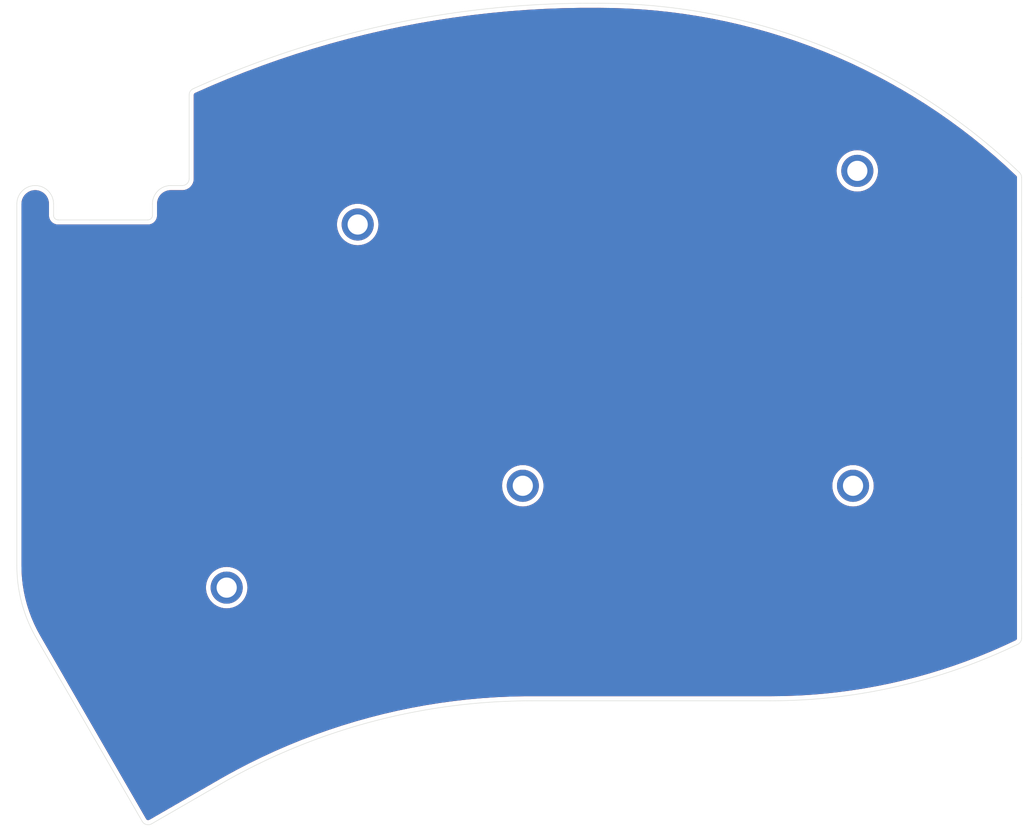
<source format=kicad_pcb>
(kicad_pcb (version 20240108) (generator "pcbnew") (generator_version "8.0")
  (layers (0 "F.Cu" signal) (31 "B.Cu" signal) (34 "B.Paste" user) (35 "F.Paste" user) (36 "B.SilkS" user "B.Silkscreen") (37 "F.SilkS" user "F.Silkscreen") (38 "B.Mask" user) (39 "F.Mask" user) (44 "Edge.Cuts" user))
  (net 0 "")
  (footprint "Library:M2_hole_3.5mm_2mm" (layer "B.Cu") (at 108.75625 68.814219 180)
    (property "Reference" "H2" (hide yes))
    (property "Value" "M2 Hole" (hide yes))
    (pad "" thru_hole circle (at 0 0 180) (size 3.5 3.5) (drill 2.2) (layers "*.Cu" "*.Mask"))
  )
  (footprint "Library:M2_hole_3.5mm_2mm" (layer "B.Cu") (at 40.475095 79.924152 180)
    (property "Reference" "H4" (hide yes))
    (property "Value" "M2 Hole" (hide yes))
    (pad "" thru_hole circle (at 0 0 180) (size 3.5 3.5) (drill 2.2) (layers "*.Cu" "*.Mask"))
  )
  (footprint "Library:M2_hole_3.5mm_2mm" (layer "B.Cu") (at 109.223252 34.462719 180)
    (property "Reference" "H1" (hide yes))
    (property "Value" "M2 Hole" (hide yes))
    (pad "" thru_hole circle (at 0 0 180) (size 3.5 3.5) (drill 2.2) (layers "*.Cu" "*.Mask"))
  )
  (footprint "Library:M2_hole_3.5mm_2mm" (layer "B.Cu") (at 54.757251 40.313723 180)
    (property "Reference" "H3" (hide yes))
    (property "Value" "M2 Hole" (hide yes))
    (pad "" thru_hole circle (at 0 0 180) (size 3.5 3.5) (drill 2.2) (layers "*.Cu" "*.Mask"))
  )
  (footprint "Library:M2_hole_3.5mm_2mm" (layer "B.Cu") (at 72.75625 68.813718 180)
    (property "Reference" "H4" (hide yes))
    (property "Value" "M2 Hole" (hide yes))
    (pad "" thru_hole circle (at 0 0 180) (size 3.5 3.5) (drill 2.2) (layers "*.Cu" "*.Mask"))
  )
  (gr_arc (start 36.821421 25.505625) (mid 58.394491 18.44351) (end 80.980867 16.179356) (stroke (width 0.05)) (layer "Edge.Cuts"))
  (gr_line (start 127.127 48.2854) (end 127.127 53.34) (stroke (width 0.05)) (layer "Edge.Cuts"))
  (gr_arc (start 17.600166 38.063853) (mid 18.18591 36.649566) (end 19.600155 36.063711) (stroke (width 0.05)) (layer "Edge.Cuts"))
  (gr_line (start 127.131213 35.189247) (end 127.127 48.2854) (stroke (width 0.05)) (layer "Edge.Cuts"))
  (gr_arc (start 127.131213 85.439154) (mid 127.020594 85.830359) (end 126.72142 86.105624) (stroke (width 0.05)) (layer "Edge.Cuts"))
  (gr_arc (start 126.72142 86.105624) (mid 113.586327 90.70859) (end 99.755823 92.269081) (stroke (width 0.05)) (layer "Edge.Cuts"))
  (gr_arc (start 32.286901 105.69056) (mid 31.71778 105.765478) (end 31.262382 105.416041) (stroke (width 0.05)) (layer "Edge.Cuts"))
  (gr_line (start 127.127 65.786) (end 127.127 70.866) (stroke (width 0.05)) (layer "Edge.Cuts"))
  (gr_line (start 39.756189 101.378161) (end 32.286901 105.69056) (stroke (width 0.05)) (layer "Edge.Cuts"))
  (gr_line (start 36.38142 26.188386) (end 36.38142 35.314341) (stroke (width 0.05)) (layer "Edge.Cuts"))
  (gr_line (start 32.381316 39.314229) (end 32.381497 38.064297) (stroke (width 0.05)) (layer "Edge.Cuts"))
  (gr_arc (start 36.38142 35.314341) (mid 36.161726 35.844656) (end 35.631421 36.064342) (stroke (width 0.05)) (layer "Edge.Cuts"))
  (gr_line (start 21.600291 38.063702) (end 21.600467 39.313627) (stroke (width 0.05)) (layer "Edge.Cuts"))
  (gr_arc (start 80.980867 16.179356) (mid 105.735153 20.972378) (end 126.911422 34.658625) (stroke (width 0.05)) (layer "Edge.Cuts"))
  (gr_line (start 19.710289 85.40746) (end 31.262382 105.416041) (stroke (width 0.05)) (layer "Edge.Cuts"))
  (gr_arc (start 39.756189 101.378161) (mid 56.153464 94.585838) (end 73.750027 92.269081) (stroke (width 0.05)) (layer "Edge.Cuts"))
  (gr_arc (start 19.600155 36.063711) (mid 21.014435 36.649448) (end 21.600291 38.063702) (stroke (width 0.05)) (layer "Edge.Cuts"))
  (gr_line (start 127.127 53.34) (end 127.127 65.786) (stroke (width 0.05)) (layer "Edge.Cuts"))
  (gr_arc (start 126.911422 34.658625) (mid 127.074091 34.902076) (end 127.131213 35.189247) (stroke (width 0.05)) (layer "Edge.Cuts"))
  (gr_arc (start 19.710289 85.40746) (mid 18.136583 81.608156) (end 17.599913 77.530996) (stroke (width 0.05)) (layer "Edge.Cuts"))
  (gr_line (start 17.599913 77.530996) (end 17.600166 38.063853) (stroke (width 0.05)) (layer "Edge.Cuts"))
  (gr_line (start 34.381481 36.064164) (end 35.631421 36.064342) (stroke (width 0.05)) (layer "Edge.Cuts"))
  (gr_arc (start 36.38142 26.188386) (mid 36.50099 25.782284) (end 36.821421 25.505625) (stroke (width 0.05)) (layer "Edge.Cuts"))
  (gr_arc (start 32.381316 39.314229) (mid 32.234849 39.667773) (end 31.881317 39.814232) (stroke (width 0.05)) (layer "Edge.Cuts"))
  (gr_line (start 99.755823 92.269081) (end 73.750027 92.269081) (stroke (width 0.05)) (layer "Edge.Cuts"))
  (gr_line (start 22.100473 39.813628) (end 31.881317 39.814232) (stroke (width 0.05)) (layer "Edge.Cuts"))
  (gr_line (start 127.131213 85.439154) (end 127.127 70.866) (stroke (width 0.05)) (layer "Edge.Cuts"))
  (gr_arc (start 22.100473 39.813628) (mid 21.746848 39.667236) (end 21.600467 39.313627) (stroke (width 0.05)) (layer "Edge.Cuts"))
  (gr_arc (start 32.381497 38.064297) (mid 32.967284 36.650053) (end 34.381481 36.064164) (stroke (width 0.05)) (layer "Edge.Cuts"))
  (zone (net 0) (net_name "") (layers "F&B.Cu") (connect_pads (clearance 0.508)) (min_thickness 0.254) (fill yes (thermal_gap 0.508) (thermal_bridge_width 0.508))
    (polygon (pts (xy 86.6394 16.002) (xy 95.25 17.1958) (xy 106.5784 20.828) (xy 115.5446 25.2222) (xy 121.5136 29.4386) (xy 127.1524 34.4678) (xy 127.4064 35.179128) (xy 127.381 85.521928) (xy 127.127 85.5472) (xy 127.1778 85.979) (xy 122.5804 88.3158) (xy 114.935 90.8812) (xy 104.5464 92.5322) (xy 91.1352 92.583) (xy 68.7832 92.7608) (xy 54.7878 95.2754) (xy 42.3926 100.3554) (xy 32.6898 105.9942) (xy 31.9278 106.2736) (xy 30.8864 105.791) (xy 22.6822 91.4654) (xy 16 81) (xy 15.7618 56.2478) (xy 15.7618 31.2796) (xy 37.2364 24.9174) (xy 41.1226 23.0124) (xy 54.0766 19.1008) (xy 63.4746 16.9926) (xy 78.3844 15.8242)))
  )
)
</source>
